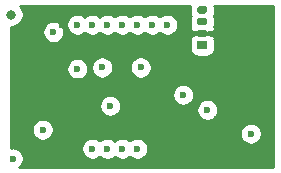
<source format=gbr>
%TF.GenerationSoftware,KiCad,Pcbnew,5.1.8-db9833491~87~ubuntu20.04.1*%
%TF.CreationDate,2020-11-05T18:03:59+01:00*%
%TF.ProjectId,rosalyn-sat,726f7361-6c79-46e2-9d73-61742e6b6963,v1.0*%
%TF.SameCoordinates,Original*%
%TF.FileFunction,Copper,L2,Inr*%
%TF.FilePolarity,Positive*%
%FSLAX46Y46*%
G04 Gerber Fmt 4.6, Leading zero omitted, Abs format (unit mm)*
G04 Created by KiCad (PCBNEW 5.1.8-db9833491~87~ubuntu20.04.1) date 2020-11-05 18:03:59*
%MOMM*%
%LPD*%
G01*
G04 APERTURE LIST*
%TA.AperFunction,ComponentPad*%
%ADD10R,0.850000X0.650000*%
%TD*%
%TA.AperFunction,ViaPad*%
%ADD11C,0.600000*%
%TD*%
%TA.AperFunction,ViaPad*%
%ADD12C,0.800000*%
%TD*%
%TA.AperFunction,Conductor*%
%ADD13C,0.254000*%
%TD*%
%TA.AperFunction,Conductor*%
%ADD14C,0.100000*%
%TD*%
G04 APERTURE END LIST*
%TO.N,hmi_error*%
%TO.C,J1*%
%TA.AperFunction,ComponentPad*%
G36*
G01*
X142255000Y-94337500D02*
X142255000Y-94662500D01*
G75*
G02*
X142092500Y-94825000I-162500J0D01*
G01*
X141567500Y-94825000D01*
G75*
G02*
X141405000Y-94662500I0J162500D01*
G01*
X141405000Y-94337500D01*
G75*
G02*
X141567500Y-94175000I162500J0D01*
G01*
X142092500Y-94175000D01*
G75*
G02*
X142255000Y-94337500I0J-162500D01*
G01*
G37*
%TD.AperFunction*%
%TO.N,nrst*%
%TA.AperFunction,ComponentPad*%
G36*
G01*
X142255000Y-95337500D02*
X142255000Y-95662500D01*
G75*
G02*
X142092500Y-95825000I-162500J0D01*
G01*
X141567500Y-95825000D01*
G75*
G02*
X141405000Y-95662500I0J162500D01*
G01*
X141405000Y-95337500D01*
G75*
G02*
X141567500Y-95175000I162500J0D01*
G01*
X142092500Y-95175000D01*
G75*
G02*
X142255000Y-95337500I0J-162500D01*
G01*
G37*
%TD.AperFunction*%
%TO.N,GND*%
%TA.AperFunction,ComponentPad*%
G36*
G01*
X142255000Y-96337500D02*
X142255000Y-96662500D01*
G75*
G02*
X142092500Y-96825000I-162500J0D01*
G01*
X141567500Y-96825000D01*
G75*
G02*
X141405000Y-96662500I0J162500D01*
G01*
X141405000Y-96337500D01*
G75*
G02*
X141567500Y-96175000I162500J0D01*
G01*
X142092500Y-96175000D01*
G75*
G02*
X142255000Y-96337500I0J-162500D01*
G01*
G37*
%TD.AperFunction*%
D10*
%TO.N,+5V*%
X141830000Y-97500000D03*
%TD*%
D11*
%TO.N,GND*%
X135970000Y-102619992D03*
X130000000Y-95750000D03*
X138890000Y-106249996D03*
X137620000Y-106260000D03*
X144460000Y-106250000D03*
X147000000Y-106250000D03*
X145730000Y-106250000D03*
X147000000Y-95750000D03*
X144460000Y-95750000D03*
X130990000Y-106240000D03*
X143050000Y-103760000D03*
X139254272Y-97764272D03*
X130000000Y-106250000D03*
X144950000Y-100049994D03*
X139240000Y-104200000D03*
X131280000Y-100500002D03*
X139950000Y-97730000D03*
X141050002Y-100050000D03*
%TO.N,+3V3*%
X132540000Y-106250000D03*
X142270006Y-102960000D03*
%TO.N,nrst*%
X134044265Y-102624265D03*
%TO.N,+5V*%
X140220000Y-101700000D03*
X125780000Y-107090000D03*
X145950000Y-104979998D03*
X131260006Y-99500000D03*
D12*
X125680000Y-94900000D03*
D11*
%TO.N,Net-(R1-Pad1)*%
X138890000Y-95750000D03*
%TO.N,Net-(R2-Pad1)*%
X137620000Y-95750000D03*
%TO.N,Net-(R3-Pad1)*%
X135080000Y-95750000D03*
%TO.N,Net-(R4-Pad1)*%
X136350000Y-95750000D03*
%TO.N,Net-(R5-Pad2)*%
X136350000Y-106249992D03*
%TO.N,Net-(R6-Pad2)*%
X135080000Y-106250000D03*
%TO.N,Net-(R7-Pad2)*%
X131270000Y-95750000D03*
%TO.N,Net-(R8-Pad2)*%
X133800000Y-106260000D03*
%TO.N,Net-(R9-Pad2)*%
X132540000Y-95759979D03*
%TO.N,Net-(R10-Pad2)*%
X133810000Y-95750000D03*
%TO.N,hmi_status*%
X136620000Y-99380000D03*
X128320000Y-104650000D03*
%TO.N,hmi_error*%
X133370000Y-99380000D03*
X129230000Y-96370000D03*
%TD*%
D13*
%TO.N,GND*%
X140782311Y-94181316D02*
X140766928Y-94337500D01*
X140766928Y-94662500D01*
X140782311Y-94818684D01*
X140827868Y-94968866D01*
X140844510Y-95000000D01*
X140827868Y-95031134D01*
X140782311Y-95181316D01*
X140766928Y-95337500D01*
X140766928Y-95662500D01*
X140782311Y-95818684D01*
X140816027Y-95929831D01*
X140815498Y-95930820D01*
X140779188Y-96050518D01*
X140766928Y-96175000D01*
X140770000Y-96214250D01*
X140928750Y-96373000D01*
X141206632Y-96373000D01*
X141261134Y-96402132D01*
X141411316Y-96447689D01*
X141567500Y-96463072D01*
X142092500Y-96463072D01*
X142248684Y-96447689D01*
X142398866Y-96402132D01*
X142453368Y-96373000D01*
X142731250Y-96373000D01*
X142890000Y-96214250D01*
X142893072Y-96175000D01*
X142880812Y-96050518D01*
X142844502Y-95930820D01*
X142843973Y-95929831D01*
X142877689Y-95818684D01*
X142893072Y-95662500D01*
X142893072Y-95337500D01*
X142877689Y-95181316D01*
X142832132Y-95031134D01*
X142815490Y-95000000D01*
X142832132Y-94968866D01*
X142877689Y-94818684D01*
X142893072Y-94662500D01*
X142893072Y-94337500D01*
X142877689Y-94181316D01*
X142871223Y-94160000D01*
X147790000Y-94160000D01*
X147790001Y-107840000D01*
X126340502Y-107840000D01*
X126376028Y-107816262D01*
X126506262Y-107686028D01*
X126608586Y-107532889D01*
X126679068Y-107362729D01*
X126715000Y-107182089D01*
X126715000Y-106997911D01*
X126679068Y-106817271D01*
X126608586Y-106647111D01*
X126506262Y-106493972D01*
X126376028Y-106363738D01*
X126222889Y-106261414D01*
X126052729Y-106190932D01*
X125886724Y-106157911D01*
X131605000Y-106157911D01*
X131605000Y-106342089D01*
X131640932Y-106522729D01*
X131711414Y-106692889D01*
X131813738Y-106846028D01*
X131943972Y-106976262D01*
X132097111Y-107078586D01*
X132267271Y-107149068D01*
X132447911Y-107185000D01*
X132632089Y-107185000D01*
X132812729Y-107149068D01*
X132982889Y-107078586D01*
X133136028Y-106976262D01*
X133165000Y-106947290D01*
X133203972Y-106986262D01*
X133357111Y-107088586D01*
X133527271Y-107159068D01*
X133707911Y-107195000D01*
X133892089Y-107195000D01*
X134072729Y-107159068D01*
X134242889Y-107088586D01*
X134396028Y-106986262D01*
X134445000Y-106937290D01*
X134483972Y-106976262D01*
X134637111Y-107078586D01*
X134807271Y-107149068D01*
X134987911Y-107185000D01*
X135172089Y-107185000D01*
X135352729Y-107149068D01*
X135522889Y-107078586D01*
X135676028Y-106976262D01*
X135715004Y-106937286D01*
X135753972Y-106976254D01*
X135907111Y-107078578D01*
X136077271Y-107149060D01*
X136257911Y-107184992D01*
X136442089Y-107184992D01*
X136622729Y-107149060D01*
X136792889Y-107078578D01*
X136946028Y-106976254D01*
X137076262Y-106846020D01*
X137178586Y-106692881D01*
X137249068Y-106522721D01*
X137285000Y-106342081D01*
X137285000Y-106157903D01*
X137249068Y-105977263D01*
X137178586Y-105807103D01*
X137076262Y-105653964D01*
X136946028Y-105523730D01*
X136792889Y-105421406D01*
X136622729Y-105350924D01*
X136442089Y-105314992D01*
X136257911Y-105314992D01*
X136077271Y-105350924D01*
X135907111Y-105421406D01*
X135753972Y-105523730D01*
X135714996Y-105562706D01*
X135676028Y-105523738D01*
X135522889Y-105421414D01*
X135352729Y-105350932D01*
X135172089Y-105315000D01*
X134987911Y-105315000D01*
X134807271Y-105350932D01*
X134637111Y-105421414D01*
X134483972Y-105523738D01*
X134435000Y-105572710D01*
X134396028Y-105533738D01*
X134242889Y-105431414D01*
X134072729Y-105360932D01*
X133892089Y-105325000D01*
X133707911Y-105325000D01*
X133527271Y-105360932D01*
X133357111Y-105431414D01*
X133203972Y-105533738D01*
X133175000Y-105562710D01*
X133136028Y-105523738D01*
X132982889Y-105421414D01*
X132812729Y-105350932D01*
X132632089Y-105315000D01*
X132447911Y-105315000D01*
X132267271Y-105350932D01*
X132097111Y-105421414D01*
X131943972Y-105523738D01*
X131813738Y-105653972D01*
X131711414Y-105807111D01*
X131640932Y-105977271D01*
X131605000Y-106157911D01*
X125886724Y-106157911D01*
X125872089Y-106155000D01*
X125687911Y-106155000D01*
X125660000Y-106160552D01*
X125660000Y-104557911D01*
X127385000Y-104557911D01*
X127385000Y-104742089D01*
X127420932Y-104922729D01*
X127491414Y-105092889D01*
X127593738Y-105246028D01*
X127723972Y-105376262D01*
X127877111Y-105478586D01*
X128047271Y-105549068D01*
X128227911Y-105585000D01*
X128412089Y-105585000D01*
X128592729Y-105549068D01*
X128762889Y-105478586D01*
X128916028Y-105376262D01*
X129046262Y-105246028D01*
X129148586Y-105092889D01*
X129219068Y-104922729D01*
X129225994Y-104887909D01*
X145015000Y-104887909D01*
X145015000Y-105072087D01*
X145050932Y-105252727D01*
X145121414Y-105422887D01*
X145223738Y-105576026D01*
X145353972Y-105706260D01*
X145507111Y-105808584D01*
X145677271Y-105879066D01*
X145857911Y-105914998D01*
X146042089Y-105914998D01*
X146222729Y-105879066D01*
X146392889Y-105808584D01*
X146546028Y-105706260D01*
X146676262Y-105576026D01*
X146778586Y-105422887D01*
X146849068Y-105252727D01*
X146885000Y-105072087D01*
X146885000Y-104887909D01*
X146849068Y-104707269D01*
X146778586Y-104537109D01*
X146676262Y-104383970D01*
X146546028Y-104253736D01*
X146392889Y-104151412D01*
X146222729Y-104080930D01*
X146042089Y-104044998D01*
X145857911Y-104044998D01*
X145677271Y-104080930D01*
X145507111Y-104151412D01*
X145353972Y-104253736D01*
X145223738Y-104383970D01*
X145121414Y-104537109D01*
X145050932Y-104707269D01*
X145015000Y-104887909D01*
X129225994Y-104887909D01*
X129255000Y-104742089D01*
X129255000Y-104557911D01*
X129219068Y-104377271D01*
X129148586Y-104207111D01*
X129046262Y-104053972D01*
X128916028Y-103923738D01*
X128762889Y-103821414D01*
X128592729Y-103750932D01*
X128412089Y-103715000D01*
X128227911Y-103715000D01*
X128047271Y-103750932D01*
X127877111Y-103821414D01*
X127723972Y-103923738D01*
X127593738Y-104053972D01*
X127491414Y-104207111D01*
X127420932Y-104377271D01*
X127385000Y-104557911D01*
X125660000Y-104557911D01*
X125660000Y-102532176D01*
X133109265Y-102532176D01*
X133109265Y-102716354D01*
X133145197Y-102896994D01*
X133215679Y-103067154D01*
X133318003Y-103220293D01*
X133448237Y-103350527D01*
X133601376Y-103452851D01*
X133771536Y-103523333D01*
X133952176Y-103559265D01*
X134136354Y-103559265D01*
X134316994Y-103523333D01*
X134487154Y-103452851D01*
X134640293Y-103350527D01*
X134770527Y-103220293D01*
X134872851Y-103067154D01*
X134943333Y-102896994D01*
X134949118Y-102867911D01*
X141335006Y-102867911D01*
X141335006Y-103052089D01*
X141370938Y-103232729D01*
X141441420Y-103402889D01*
X141543744Y-103556028D01*
X141673978Y-103686262D01*
X141827117Y-103788586D01*
X141997277Y-103859068D01*
X142177917Y-103895000D01*
X142362095Y-103895000D01*
X142542735Y-103859068D01*
X142712895Y-103788586D01*
X142866034Y-103686262D01*
X142996268Y-103556028D01*
X143098592Y-103402889D01*
X143169074Y-103232729D01*
X143205006Y-103052089D01*
X143205006Y-102867911D01*
X143169074Y-102687271D01*
X143098592Y-102517111D01*
X142996268Y-102363972D01*
X142866034Y-102233738D01*
X142712895Y-102131414D01*
X142542735Y-102060932D01*
X142362095Y-102025000D01*
X142177917Y-102025000D01*
X141997277Y-102060932D01*
X141827117Y-102131414D01*
X141673978Y-102233738D01*
X141543744Y-102363972D01*
X141441420Y-102517111D01*
X141370938Y-102687271D01*
X141335006Y-102867911D01*
X134949118Y-102867911D01*
X134979265Y-102716354D01*
X134979265Y-102532176D01*
X134943333Y-102351536D01*
X134872851Y-102181376D01*
X134770527Y-102028237D01*
X134640293Y-101898003D01*
X134487154Y-101795679D01*
X134316994Y-101725197D01*
X134136354Y-101689265D01*
X133952176Y-101689265D01*
X133771536Y-101725197D01*
X133601376Y-101795679D01*
X133448237Y-101898003D01*
X133318003Y-102028237D01*
X133215679Y-102181376D01*
X133145197Y-102351536D01*
X133109265Y-102532176D01*
X125660000Y-102532176D01*
X125660000Y-101607911D01*
X139285000Y-101607911D01*
X139285000Y-101792089D01*
X139320932Y-101972729D01*
X139391414Y-102142889D01*
X139493738Y-102296028D01*
X139623972Y-102426262D01*
X139777111Y-102528586D01*
X139947271Y-102599068D01*
X140127911Y-102635000D01*
X140312089Y-102635000D01*
X140492729Y-102599068D01*
X140662889Y-102528586D01*
X140816028Y-102426262D01*
X140946262Y-102296028D01*
X141048586Y-102142889D01*
X141119068Y-101972729D01*
X141155000Y-101792089D01*
X141155000Y-101607911D01*
X141119068Y-101427271D01*
X141048586Y-101257111D01*
X140946262Y-101103972D01*
X140816028Y-100973738D01*
X140662889Y-100871414D01*
X140492729Y-100800932D01*
X140312089Y-100765000D01*
X140127911Y-100765000D01*
X139947271Y-100800932D01*
X139777111Y-100871414D01*
X139623972Y-100973738D01*
X139493738Y-101103972D01*
X139391414Y-101257111D01*
X139320932Y-101427271D01*
X139285000Y-101607911D01*
X125660000Y-101607911D01*
X125660000Y-99407911D01*
X130325006Y-99407911D01*
X130325006Y-99592089D01*
X130360938Y-99772729D01*
X130431420Y-99942889D01*
X130533744Y-100096028D01*
X130663978Y-100226262D01*
X130817117Y-100328586D01*
X130987277Y-100399068D01*
X131167917Y-100435000D01*
X131352095Y-100435000D01*
X131532735Y-100399068D01*
X131702895Y-100328586D01*
X131856034Y-100226262D01*
X131986268Y-100096028D01*
X132088592Y-99942889D01*
X132159074Y-99772729D01*
X132195006Y-99592089D01*
X132195006Y-99407911D01*
X132171137Y-99287911D01*
X132435000Y-99287911D01*
X132435000Y-99472089D01*
X132470932Y-99652729D01*
X132541414Y-99822889D01*
X132643738Y-99976028D01*
X132773972Y-100106262D01*
X132927111Y-100208586D01*
X133097271Y-100279068D01*
X133277911Y-100315000D01*
X133462089Y-100315000D01*
X133642729Y-100279068D01*
X133812889Y-100208586D01*
X133966028Y-100106262D01*
X134096262Y-99976028D01*
X134198586Y-99822889D01*
X134269068Y-99652729D01*
X134305000Y-99472089D01*
X134305000Y-99287911D01*
X135685000Y-99287911D01*
X135685000Y-99472089D01*
X135720932Y-99652729D01*
X135791414Y-99822889D01*
X135893738Y-99976028D01*
X136023972Y-100106262D01*
X136177111Y-100208586D01*
X136347271Y-100279068D01*
X136527911Y-100315000D01*
X136712089Y-100315000D01*
X136892729Y-100279068D01*
X137062889Y-100208586D01*
X137216028Y-100106262D01*
X137346262Y-99976028D01*
X137448586Y-99822889D01*
X137519068Y-99652729D01*
X137555000Y-99472089D01*
X137555000Y-99287911D01*
X137519068Y-99107271D01*
X137448586Y-98937111D01*
X137346262Y-98783972D01*
X137216028Y-98653738D01*
X137062889Y-98551414D01*
X136892729Y-98480932D01*
X136712089Y-98445000D01*
X136527911Y-98445000D01*
X136347271Y-98480932D01*
X136177111Y-98551414D01*
X136023972Y-98653738D01*
X135893738Y-98783972D01*
X135791414Y-98937111D01*
X135720932Y-99107271D01*
X135685000Y-99287911D01*
X134305000Y-99287911D01*
X134269068Y-99107271D01*
X134198586Y-98937111D01*
X134096262Y-98783972D01*
X133966028Y-98653738D01*
X133812889Y-98551414D01*
X133642729Y-98480932D01*
X133462089Y-98445000D01*
X133277911Y-98445000D01*
X133097271Y-98480932D01*
X132927111Y-98551414D01*
X132773972Y-98653738D01*
X132643738Y-98783972D01*
X132541414Y-98937111D01*
X132470932Y-99107271D01*
X132435000Y-99287911D01*
X132171137Y-99287911D01*
X132159074Y-99227271D01*
X132088592Y-99057111D01*
X131986268Y-98903972D01*
X131856034Y-98773738D01*
X131702895Y-98671414D01*
X131532735Y-98600932D01*
X131352095Y-98565000D01*
X131167917Y-98565000D01*
X130987277Y-98600932D01*
X130817117Y-98671414D01*
X130663978Y-98773738D01*
X130533744Y-98903972D01*
X130431420Y-99057111D01*
X130360938Y-99227271D01*
X130325006Y-99407911D01*
X125660000Y-99407911D01*
X125660000Y-96277911D01*
X128295000Y-96277911D01*
X128295000Y-96462089D01*
X128330932Y-96642729D01*
X128401414Y-96812889D01*
X128503738Y-96966028D01*
X128633972Y-97096262D01*
X128787111Y-97198586D01*
X128957271Y-97269068D01*
X129137911Y-97305000D01*
X129322089Y-97305000D01*
X129502729Y-97269068D01*
X129672889Y-97198586D01*
X129826028Y-97096262D01*
X129956262Y-96966028D01*
X130050493Y-96825000D01*
X140766928Y-96825000D01*
X140779188Y-96949482D01*
X140794512Y-97000000D01*
X140779188Y-97050518D01*
X140766928Y-97175000D01*
X140766928Y-97825000D01*
X140779188Y-97949482D01*
X140815498Y-98069180D01*
X140874463Y-98179494D01*
X140953815Y-98276185D01*
X141050506Y-98355537D01*
X141160820Y-98414502D01*
X141280518Y-98450812D01*
X141405000Y-98463072D01*
X142255000Y-98463072D01*
X142379482Y-98450812D01*
X142499180Y-98414502D01*
X142609494Y-98355537D01*
X142706185Y-98276185D01*
X142785537Y-98179494D01*
X142844502Y-98069180D01*
X142880812Y-97949482D01*
X142893072Y-97825000D01*
X142893072Y-97175000D01*
X142880812Y-97050518D01*
X142865488Y-97000000D01*
X142880812Y-96949482D01*
X142893072Y-96825000D01*
X142890000Y-96785750D01*
X142731250Y-96627000D01*
X142576824Y-96627000D01*
X142499180Y-96585498D01*
X142379482Y-96549188D01*
X142255000Y-96536928D01*
X141405000Y-96536928D01*
X141280518Y-96549188D01*
X141160820Y-96585498D01*
X141083176Y-96627000D01*
X140928750Y-96627000D01*
X140770000Y-96785750D01*
X140766928Y-96825000D01*
X130050493Y-96825000D01*
X130058586Y-96812889D01*
X130129068Y-96642729D01*
X130165000Y-96462089D01*
X130165000Y-96277911D01*
X130129068Y-96097271D01*
X130058586Y-95927111D01*
X129956262Y-95773972D01*
X129840201Y-95657911D01*
X130335000Y-95657911D01*
X130335000Y-95842089D01*
X130370932Y-96022729D01*
X130441414Y-96192889D01*
X130543738Y-96346028D01*
X130673972Y-96476262D01*
X130827111Y-96578586D01*
X130997271Y-96649068D01*
X131177911Y-96685000D01*
X131362089Y-96685000D01*
X131542729Y-96649068D01*
X131712889Y-96578586D01*
X131866028Y-96476262D01*
X131900011Y-96442280D01*
X131943972Y-96486241D01*
X132097111Y-96588565D01*
X132267271Y-96659047D01*
X132447911Y-96694979D01*
X132632089Y-96694979D01*
X132812729Y-96659047D01*
X132982889Y-96588565D01*
X133136028Y-96486241D01*
X133179990Y-96442280D01*
X133213972Y-96476262D01*
X133367111Y-96578586D01*
X133537271Y-96649068D01*
X133717911Y-96685000D01*
X133902089Y-96685000D01*
X134082729Y-96649068D01*
X134252889Y-96578586D01*
X134406028Y-96476262D01*
X134445000Y-96437290D01*
X134483972Y-96476262D01*
X134637111Y-96578586D01*
X134807271Y-96649068D01*
X134987911Y-96685000D01*
X135172089Y-96685000D01*
X135352729Y-96649068D01*
X135522889Y-96578586D01*
X135676028Y-96476262D01*
X135715000Y-96437290D01*
X135753972Y-96476262D01*
X135907111Y-96578586D01*
X136077271Y-96649068D01*
X136257911Y-96685000D01*
X136442089Y-96685000D01*
X136622729Y-96649068D01*
X136792889Y-96578586D01*
X136946028Y-96476262D01*
X136985000Y-96437290D01*
X137023972Y-96476262D01*
X137177111Y-96578586D01*
X137347271Y-96649068D01*
X137527911Y-96685000D01*
X137712089Y-96685000D01*
X137892729Y-96649068D01*
X138062889Y-96578586D01*
X138216028Y-96476262D01*
X138255000Y-96437290D01*
X138293972Y-96476262D01*
X138447111Y-96578586D01*
X138617271Y-96649068D01*
X138797911Y-96685000D01*
X138982089Y-96685000D01*
X139162729Y-96649068D01*
X139332889Y-96578586D01*
X139486028Y-96476262D01*
X139616262Y-96346028D01*
X139718586Y-96192889D01*
X139789068Y-96022729D01*
X139825000Y-95842089D01*
X139825000Y-95657911D01*
X139789068Y-95477271D01*
X139718586Y-95307111D01*
X139616262Y-95153972D01*
X139486028Y-95023738D01*
X139332889Y-94921414D01*
X139162729Y-94850932D01*
X138982089Y-94815000D01*
X138797911Y-94815000D01*
X138617271Y-94850932D01*
X138447111Y-94921414D01*
X138293972Y-95023738D01*
X138255000Y-95062710D01*
X138216028Y-95023738D01*
X138062889Y-94921414D01*
X137892729Y-94850932D01*
X137712089Y-94815000D01*
X137527911Y-94815000D01*
X137347271Y-94850932D01*
X137177111Y-94921414D01*
X137023972Y-95023738D01*
X136985000Y-95062710D01*
X136946028Y-95023738D01*
X136792889Y-94921414D01*
X136622729Y-94850932D01*
X136442089Y-94815000D01*
X136257911Y-94815000D01*
X136077271Y-94850932D01*
X135907111Y-94921414D01*
X135753972Y-95023738D01*
X135715000Y-95062710D01*
X135676028Y-95023738D01*
X135522889Y-94921414D01*
X135352729Y-94850932D01*
X135172089Y-94815000D01*
X134987911Y-94815000D01*
X134807271Y-94850932D01*
X134637111Y-94921414D01*
X134483972Y-95023738D01*
X134445000Y-95062710D01*
X134406028Y-95023738D01*
X134252889Y-94921414D01*
X134082729Y-94850932D01*
X133902089Y-94815000D01*
X133717911Y-94815000D01*
X133537271Y-94850932D01*
X133367111Y-94921414D01*
X133213972Y-95023738D01*
X133170011Y-95067700D01*
X133136028Y-95033717D01*
X132982889Y-94931393D01*
X132812729Y-94860911D01*
X132632089Y-94824979D01*
X132447911Y-94824979D01*
X132267271Y-94860911D01*
X132097111Y-94931393D01*
X131943972Y-95033717D01*
X131909990Y-95067700D01*
X131866028Y-95023738D01*
X131712889Y-94921414D01*
X131542729Y-94850932D01*
X131362089Y-94815000D01*
X131177911Y-94815000D01*
X130997271Y-94850932D01*
X130827111Y-94921414D01*
X130673972Y-95023738D01*
X130543738Y-95153972D01*
X130441414Y-95307111D01*
X130370932Y-95477271D01*
X130335000Y-95657911D01*
X129840201Y-95657911D01*
X129826028Y-95643738D01*
X129672889Y-95541414D01*
X129502729Y-95470932D01*
X129322089Y-95435000D01*
X129137911Y-95435000D01*
X128957271Y-95470932D01*
X128787111Y-95541414D01*
X128633972Y-95643738D01*
X128503738Y-95773972D01*
X128401414Y-95927111D01*
X128330932Y-96097271D01*
X128295000Y-96277911D01*
X125660000Y-96277911D01*
X125660000Y-95935000D01*
X125781939Y-95935000D01*
X125981898Y-95895226D01*
X126170256Y-95817205D01*
X126339774Y-95703937D01*
X126483937Y-95559774D01*
X126597205Y-95390256D01*
X126675226Y-95201898D01*
X126715000Y-95001939D01*
X126715000Y-94798061D01*
X126675226Y-94598102D01*
X126597205Y-94409744D01*
X126483937Y-94240226D01*
X126403711Y-94160000D01*
X140788777Y-94160000D01*
X140782311Y-94181316D01*
%TA.AperFunction,Conductor*%
D14*
G36*
X140782311Y-94181316D02*
G01*
X140766928Y-94337500D01*
X140766928Y-94662500D01*
X140782311Y-94818684D01*
X140827868Y-94968866D01*
X140844510Y-95000000D01*
X140827868Y-95031134D01*
X140782311Y-95181316D01*
X140766928Y-95337500D01*
X140766928Y-95662500D01*
X140782311Y-95818684D01*
X140816027Y-95929831D01*
X140815498Y-95930820D01*
X140779188Y-96050518D01*
X140766928Y-96175000D01*
X140770000Y-96214250D01*
X140928750Y-96373000D01*
X141206632Y-96373000D01*
X141261134Y-96402132D01*
X141411316Y-96447689D01*
X141567500Y-96463072D01*
X142092500Y-96463072D01*
X142248684Y-96447689D01*
X142398866Y-96402132D01*
X142453368Y-96373000D01*
X142731250Y-96373000D01*
X142890000Y-96214250D01*
X142893072Y-96175000D01*
X142880812Y-96050518D01*
X142844502Y-95930820D01*
X142843973Y-95929831D01*
X142877689Y-95818684D01*
X142893072Y-95662500D01*
X142893072Y-95337500D01*
X142877689Y-95181316D01*
X142832132Y-95031134D01*
X142815490Y-95000000D01*
X142832132Y-94968866D01*
X142877689Y-94818684D01*
X142893072Y-94662500D01*
X142893072Y-94337500D01*
X142877689Y-94181316D01*
X142871223Y-94160000D01*
X147790000Y-94160000D01*
X147790001Y-107840000D01*
X126340502Y-107840000D01*
X126376028Y-107816262D01*
X126506262Y-107686028D01*
X126608586Y-107532889D01*
X126679068Y-107362729D01*
X126715000Y-107182089D01*
X126715000Y-106997911D01*
X126679068Y-106817271D01*
X126608586Y-106647111D01*
X126506262Y-106493972D01*
X126376028Y-106363738D01*
X126222889Y-106261414D01*
X126052729Y-106190932D01*
X125886724Y-106157911D01*
X131605000Y-106157911D01*
X131605000Y-106342089D01*
X131640932Y-106522729D01*
X131711414Y-106692889D01*
X131813738Y-106846028D01*
X131943972Y-106976262D01*
X132097111Y-107078586D01*
X132267271Y-107149068D01*
X132447911Y-107185000D01*
X132632089Y-107185000D01*
X132812729Y-107149068D01*
X132982889Y-107078586D01*
X133136028Y-106976262D01*
X133165000Y-106947290D01*
X133203972Y-106986262D01*
X133357111Y-107088586D01*
X133527271Y-107159068D01*
X133707911Y-107195000D01*
X133892089Y-107195000D01*
X134072729Y-107159068D01*
X134242889Y-107088586D01*
X134396028Y-106986262D01*
X134445000Y-106937290D01*
X134483972Y-106976262D01*
X134637111Y-107078586D01*
X134807271Y-107149068D01*
X134987911Y-107185000D01*
X135172089Y-107185000D01*
X135352729Y-107149068D01*
X135522889Y-107078586D01*
X135676028Y-106976262D01*
X135715004Y-106937286D01*
X135753972Y-106976254D01*
X135907111Y-107078578D01*
X136077271Y-107149060D01*
X136257911Y-107184992D01*
X136442089Y-107184992D01*
X136622729Y-107149060D01*
X136792889Y-107078578D01*
X136946028Y-106976254D01*
X137076262Y-106846020D01*
X137178586Y-106692881D01*
X137249068Y-106522721D01*
X137285000Y-106342081D01*
X137285000Y-106157903D01*
X137249068Y-105977263D01*
X137178586Y-105807103D01*
X137076262Y-105653964D01*
X136946028Y-105523730D01*
X136792889Y-105421406D01*
X136622729Y-105350924D01*
X136442089Y-105314992D01*
X136257911Y-105314992D01*
X136077271Y-105350924D01*
X135907111Y-105421406D01*
X135753972Y-105523730D01*
X135714996Y-105562706D01*
X135676028Y-105523738D01*
X135522889Y-105421414D01*
X135352729Y-105350932D01*
X135172089Y-105315000D01*
X134987911Y-105315000D01*
X134807271Y-105350932D01*
X134637111Y-105421414D01*
X134483972Y-105523738D01*
X134435000Y-105572710D01*
X134396028Y-105533738D01*
X134242889Y-105431414D01*
X134072729Y-105360932D01*
X133892089Y-105325000D01*
X133707911Y-105325000D01*
X133527271Y-105360932D01*
X133357111Y-105431414D01*
X133203972Y-105533738D01*
X133175000Y-105562710D01*
X133136028Y-105523738D01*
X132982889Y-105421414D01*
X132812729Y-105350932D01*
X132632089Y-105315000D01*
X132447911Y-105315000D01*
X132267271Y-105350932D01*
X132097111Y-105421414D01*
X131943972Y-105523738D01*
X131813738Y-105653972D01*
X131711414Y-105807111D01*
X131640932Y-105977271D01*
X131605000Y-106157911D01*
X125886724Y-106157911D01*
X125872089Y-106155000D01*
X125687911Y-106155000D01*
X125660000Y-106160552D01*
X125660000Y-104557911D01*
X127385000Y-104557911D01*
X127385000Y-104742089D01*
X127420932Y-104922729D01*
X127491414Y-105092889D01*
X127593738Y-105246028D01*
X127723972Y-105376262D01*
X127877111Y-105478586D01*
X128047271Y-105549068D01*
X128227911Y-105585000D01*
X128412089Y-105585000D01*
X128592729Y-105549068D01*
X128762889Y-105478586D01*
X128916028Y-105376262D01*
X129046262Y-105246028D01*
X129148586Y-105092889D01*
X129219068Y-104922729D01*
X129225994Y-104887909D01*
X145015000Y-104887909D01*
X145015000Y-105072087D01*
X145050932Y-105252727D01*
X145121414Y-105422887D01*
X145223738Y-105576026D01*
X145353972Y-105706260D01*
X145507111Y-105808584D01*
X145677271Y-105879066D01*
X145857911Y-105914998D01*
X146042089Y-105914998D01*
X146222729Y-105879066D01*
X146392889Y-105808584D01*
X146546028Y-105706260D01*
X146676262Y-105576026D01*
X146778586Y-105422887D01*
X146849068Y-105252727D01*
X146885000Y-105072087D01*
X146885000Y-104887909D01*
X146849068Y-104707269D01*
X146778586Y-104537109D01*
X146676262Y-104383970D01*
X146546028Y-104253736D01*
X146392889Y-104151412D01*
X146222729Y-104080930D01*
X146042089Y-104044998D01*
X145857911Y-104044998D01*
X145677271Y-104080930D01*
X145507111Y-104151412D01*
X145353972Y-104253736D01*
X145223738Y-104383970D01*
X145121414Y-104537109D01*
X145050932Y-104707269D01*
X145015000Y-104887909D01*
X129225994Y-104887909D01*
X129255000Y-104742089D01*
X129255000Y-104557911D01*
X129219068Y-104377271D01*
X129148586Y-104207111D01*
X129046262Y-104053972D01*
X128916028Y-103923738D01*
X128762889Y-103821414D01*
X128592729Y-103750932D01*
X128412089Y-103715000D01*
X128227911Y-103715000D01*
X128047271Y-103750932D01*
X127877111Y-103821414D01*
X127723972Y-103923738D01*
X127593738Y-104053972D01*
X127491414Y-104207111D01*
X127420932Y-104377271D01*
X127385000Y-104557911D01*
X125660000Y-104557911D01*
X125660000Y-102532176D01*
X133109265Y-102532176D01*
X133109265Y-102716354D01*
X133145197Y-102896994D01*
X133215679Y-103067154D01*
X133318003Y-103220293D01*
X133448237Y-103350527D01*
X133601376Y-103452851D01*
X133771536Y-103523333D01*
X133952176Y-103559265D01*
X134136354Y-103559265D01*
X134316994Y-103523333D01*
X134487154Y-103452851D01*
X134640293Y-103350527D01*
X134770527Y-103220293D01*
X134872851Y-103067154D01*
X134943333Y-102896994D01*
X134949118Y-102867911D01*
X141335006Y-102867911D01*
X141335006Y-103052089D01*
X141370938Y-103232729D01*
X141441420Y-103402889D01*
X141543744Y-103556028D01*
X141673978Y-103686262D01*
X141827117Y-103788586D01*
X141997277Y-103859068D01*
X142177917Y-103895000D01*
X142362095Y-103895000D01*
X142542735Y-103859068D01*
X142712895Y-103788586D01*
X142866034Y-103686262D01*
X142996268Y-103556028D01*
X143098592Y-103402889D01*
X143169074Y-103232729D01*
X143205006Y-103052089D01*
X143205006Y-102867911D01*
X143169074Y-102687271D01*
X143098592Y-102517111D01*
X142996268Y-102363972D01*
X142866034Y-102233738D01*
X142712895Y-102131414D01*
X142542735Y-102060932D01*
X142362095Y-102025000D01*
X142177917Y-102025000D01*
X141997277Y-102060932D01*
X141827117Y-102131414D01*
X141673978Y-102233738D01*
X141543744Y-102363972D01*
X141441420Y-102517111D01*
X141370938Y-102687271D01*
X141335006Y-102867911D01*
X134949118Y-102867911D01*
X134979265Y-102716354D01*
X134979265Y-102532176D01*
X134943333Y-102351536D01*
X134872851Y-102181376D01*
X134770527Y-102028237D01*
X134640293Y-101898003D01*
X134487154Y-101795679D01*
X134316994Y-101725197D01*
X134136354Y-101689265D01*
X133952176Y-101689265D01*
X133771536Y-101725197D01*
X133601376Y-101795679D01*
X133448237Y-101898003D01*
X133318003Y-102028237D01*
X133215679Y-102181376D01*
X133145197Y-102351536D01*
X133109265Y-102532176D01*
X125660000Y-102532176D01*
X125660000Y-101607911D01*
X139285000Y-101607911D01*
X139285000Y-101792089D01*
X139320932Y-101972729D01*
X139391414Y-102142889D01*
X139493738Y-102296028D01*
X139623972Y-102426262D01*
X139777111Y-102528586D01*
X139947271Y-102599068D01*
X140127911Y-102635000D01*
X140312089Y-102635000D01*
X140492729Y-102599068D01*
X140662889Y-102528586D01*
X140816028Y-102426262D01*
X140946262Y-102296028D01*
X141048586Y-102142889D01*
X141119068Y-101972729D01*
X141155000Y-101792089D01*
X141155000Y-101607911D01*
X141119068Y-101427271D01*
X141048586Y-101257111D01*
X140946262Y-101103972D01*
X140816028Y-100973738D01*
X140662889Y-100871414D01*
X140492729Y-100800932D01*
X140312089Y-100765000D01*
X140127911Y-100765000D01*
X139947271Y-100800932D01*
X139777111Y-100871414D01*
X139623972Y-100973738D01*
X139493738Y-101103972D01*
X139391414Y-101257111D01*
X139320932Y-101427271D01*
X139285000Y-101607911D01*
X125660000Y-101607911D01*
X125660000Y-99407911D01*
X130325006Y-99407911D01*
X130325006Y-99592089D01*
X130360938Y-99772729D01*
X130431420Y-99942889D01*
X130533744Y-100096028D01*
X130663978Y-100226262D01*
X130817117Y-100328586D01*
X130987277Y-100399068D01*
X131167917Y-100435000D01*
X131352095Y-100435000D01*
X131532735Y-100399068D01*
X131702895Y-100328586D01*
X131856034Y-100226262D01*
X131986268Y-100096028D01*
X132088592Y-99942889D01*
X132159074Y-99772729D01*
X132195006Y-99592089D01*
X132195006Y-99407911D01*
X132171137Y-99287911D01*
X132435000Y-99287911D01*
X132435000Y-99472089D01*
X132470932Y-99652729D01*
X132541414Y-99822889D01*
X132643738Y-99976028D01*
X132773972Y-100106262D01*
X132927111Y-100208586D01*
X133097271Y-100279068D01*
X133277911Y-100315000D01*
X133462089Y-100315000D01*
X133642729Y-100279068D01*
X133812889Y-100208586D01*
X133966028Y-100106262D01*
X134096262Y-99976028D01*
X134198586Y-99822889D01*
X134269068Y-99652729D01*
X134305000Y-99472089D01*
X134305000Y-99287911D01*
X135685000Y-99287911D01*
X135685000Y-99472089D01*
X135720932Y-99652729D01*
X135791414Y-99822889D01*
X135893738Y-99976028D01*
X136023972Y-100106262D01*
X136177111Y-100208586D01*
X136347271Y-100279068D01*
X136527911Y-100315000D01*
X136712089Y-100315000D01*
X136892729Y-100279068D01*
X137062889Y-100208586D01*
X137216028Y-100106262D01*
X137346262Y-99976028D01*
X137448586Y-99822889D01*
X137519068Y-99652729D01*
X137555000Y-99472089D01*
X137555000Y-99287911D01*
X137519068Y-99107271D01*
X137448586Y-98937111D01*
X137346262Y-98783972D01*
X137216028Y-98653738D01*
X137062889Y-98551414D01*
X136892729Y-98480932D01*
X136712089Y-98445000D01*
X136527911Y-98445000D01*
X136347271Y-98480932D01*
X136177111Y-98551414D01*
X136023972Y-98653738D01*
X135893738Y-98783972D01*
X135791414Y-98937111D01*
X135720932Y-99107271D01*
X135685000Y-99287911D01*
X134305000Y-99287911D01*
X134269068Y-99107271D01*
X134198586Y-98937111D01*
X134096262Y-98783972D01*
X133966028Y-98653738D01*
X133812889Y-98551414D01*
X133642729Y-98480932D01*
X133462089Y-98445000D01*
X133277911Y-98445000D01*
X133097271Y-98480932D01*
X132927111Y-98551414D01*
X132773972Y-98653738D01*
X132643738Y-98783972D01*
X132541414Y-98937111D01*
X132470932Y-99107271D01*
X132435000Y-99287911D01*
X132171137Y-99287911D01*
X132159074Y-99227271D01*
X132088592Y-99057111D01*
X131986268Y-98903972D01*
X131856034Y-98773738D01*
X131702895Y-98671414D01*
X131532735Y-98600932D01*
X131352095Y-98565000D01*
X131167917Y-98565000D01*
X130987277Y-98600932D01*
X130817117Y-98671414D01*
X130663978Y-98773738D01*
X130533744Y-98903972D01*
X130431420Y-99057111D01*
X130360938Y-99227271D01*
X130325006Y-99407911D01*
X125660000Y-99407911D01*
X125660000Y-96277911D01*
X128295000Y-96277911D01*
X128295000Y-96462089D01*
X128330932Y-96642729D01*
X128401414Y-96812889D01*
X128503738Y-96966028D01*
X128633972Y-97096262D01*
X128787111Y-97198586D01*
X128957271Y-97269068D01*
X129137911Y-97305000D01*
X129322089Y-97305000D01*
X129502729Y-97269068D01*
X129672889Y-97198586D01*
X129826028Y-97096262D01*
X129956262Y-96966028D01*
X130050493Y-96825000D01*
X140766928Y-96825000D01*
X140779188Y-96949482D01*
X140794512Y-97000000D01*
X140779188Y-97050518D01*
X140766928Y-97175000D01*
X140766928Y-97825000D01*
X140779188Y-97949482D01*
X140815498Y-98069180D01*
X140874463Y-98179494D01*
X140953815Y-98276185D01*
X141050506Y-98355537D01*
X141160820Y-98414502D01*
X141280518Y-98450812D01*
X141405000Y-98463072D01*
X142255000Y-98463072D01*
X142379482Y-98450812D01*
X142499180Y-98414502D01*
X142609494Y-98355537D01*
X142706185Y-98276185D01*
X142785537Y-98179494D01*
X142844502Y-98069180D01*
X142880812Y-97949482D01*
X142893072Y-97825000D01*
X142893072Y-97175000D01*
X142880812Y-97050518D01*
X142865488Y-97000000D01*
X142880812Y-96949482D01*
X142893072Y-96825000D01*
X142890000Y-96785750D01*
X142731250Y-96627000D01*
X142576824Y-96627000D01*
X142499180Y-96585498D01*
X142379482Y-96549188D01*
X142255000Y-96536928D01*
X141405000Y-96536928D01*
X141280518Y-96549188D01*
X141160820Y-96585498D01*
X141083176Y-96627000D01*
X140928750Y-96627000D01*
X140770000Y-96785750D01*
X140766928Y-96825000D01*
X130050493Y-96825000D01*
X130058586Y-96812889D01*
X130129068Y-96642729D01*
X130165000Y-96462089D01*
X130165000Y-96277911D01*
X130129068Y-96097271D01*
X130058586Y-95927111D01*
X129956262Y-95773972D01*
X129840201Y-95657911D01*
X130335000Y-95657911D01*
X130335000Y-95842089D01*
X130370932Y-96022729D01*
X130441414Y-96192889D01*
X130543738Y-96346028D01*
X130673972Y-96476262D01*
X130827111Y-96578586D01*
X130997271Y-96649068D01*
X131177911Y-96685000D01*
X131362089Y-96685000D01*
X131542729Y-96649068D01*
X131712889Y-96578586D01*
X131866028Y-96476262D01*
X131900011Y-96442280D01*
X131943972Y-96486241D01*
X132097111Y-96588565D01*
X132267271Y-96659047D01*
X132447911Y-96694979D01*
X132632089Y-96694979D01*
X132812729Y-96659047D01*
X132982889Y-96588565D01*
X133136028Y-96486241D01*
X133179990Y-96442280D01*
X133213972Y-96476262D01*
X133367111Y-96578586D01*
X133537271Y-96649068D01*
X133717911Y-96685000D01*
X133902089Y-96685000D01*
X134082729Y-96649068D01*
X134252889Y-96578586D01*
X134406028Y-96476262D01*
X134445000Y-96437290D01*
X134483972Y-96476262D01*
X134637111Y-96578586D01*
X134807271Y-96649068D01*
X134987911Y-96685000D01*
X135172089Y-96685000D01*
X135352729Y-96649068D01*
X135522889Y-96578586D01*
X135676028Y-96476262D01*
X135715000Y-96437290D01*
X135753972Y-96476262D01*
X135907111Y-96578586D01*
X136077271Y-96649068D01*
X136257911Y-96685000D01*
X136442089Y-96685000D01*
X136622729Y-96649068D01*
X136792889Y-96578586D01*
X136946028Y-96476262D01*
X136985000Y-96437290D01*
X137023972Y-96476262D01*
X137177111Y-96578586D01*
X137347271Y-96649068D01*
X137527911Y-96685000D01*
X137712089Y-96685000D01*
X137892729Y-96649068D01*
X138062889Y-96578586D01*
X138216028Y-96476262D01*
X138255000Y-96437290D01*
X138293972Y-96476262D01*
X138447111Y-96578586D01*
X138617271Y-96649068D01*
X138797911Y-96685000D01*
X138982089Y-96685000D01*
X139162729Y-96649068D01*
X139332889Y-96578586D01*
X139486028Y-96476262D01*
X139616262Y-96346028D01*
X139718586Y-96192889D01*
X139789068Y-96022729D01*
X139825000Y-95842089D01*
X139825000Y-95657911D01*
X139789068Y-95477271D01*
X139718586Y-95307111D01*
X139616262Y-95153972D01*
X139486028Y-95023738D01*
X139332889Y-94921414D01*
X139162729Y-94850932D01*
X138982089Y-94815000D01*
X138797911Y-94815000D01*
X138617271Y-94850932D01*
X138447111Y-94921414D01*
X138293972Y-95023738D01*
X138255000Y-95062710D01*
X138216028Y-95023738D01*
X138062889Y-94921414D01*
X137892729Y-94850932D01*
X137712089Y-94815000D01*
X137527911Y-94815000D01*
X137347271Y-94850932D01*
X137177111Y-94921414D01*
X137023972Y-95023738D01*
X136985000Y-95062710D01*
X136946028Y-95023738D01*
X136792889Y-94921414D01*
X136622729Y-94850932D01*
X136442089Y-94815000D01*
X136257911Y-94815000D01*
X136077271Y-94850932D01*
X135907111Y-94921414D01*
X135753972Y-95023738D01*
X135715000Y-95062710D01*
X135676028Y-95023738D01*
X135522889Y-94921414D01*
X135352729Y-94850932D01*
X135172089Y-94815000D01*
X134987911Y-94815000D01*
X134807271Y-94850932D01*
X134637111Y-94921414D01*
X134483972Y-95023738D01*
X134445000Y-95062710D01*
X134406028Y-95023738D01*
X134252889Y-94921414D01*
X134082729Y-94850932D01*
X133902089Y-94815000D01*
X133717911Y-94815000D01*
X133537271Y-94850932D01*
X133367111Y-94921414D01*
X133213972Y-95023738D01*
X133170011Y-95067700D01*
X133136028Y-95033717D01*
X132982889Y-94931393D01*
X132812729Y-94860911D01*
X132632089Y-94824979D01*
X132447911Y-94824979D01*
X132267271Y-94860911D01*
X132097111Y-94931393D01*
X131943972Y-95033717D01*
X131909990Y-95067700D01*
X131866028Y-95023738D01*
X131712889Y-94921414D01*
X131542729Y-94850932D01*
X131362089Y-94815000D01*
X131177911Y-94815000D01*
X130997271Y-94850932D01*
X130827111Y-94921414D01*
X130673972Y-95023738D01*
X130543738Y-95153972D01*
X130441414Y-95307111D01*
X130370932Y-95477271D01*
X130335000Y-95657911D01*
X129840201Y-95657911D01*
X129826028Y-95643738D01*
X129672889Y-95541414D01*
X129502729Y-95470932D01*
X129322089Y-95435000D01*
X129137911Y-95435000D01*
X128957271Y-95470932D01*
X128787111Y-95541414D01*
X128633972Y-95643738D01*
X128503738Y-95773972D01*
X128401414Y-95927111D01*
X128330932Y-96097271D01*
X128295000Y-96277911D01*
X125660000Y-96277911D01*
X125660000Y-95935000D01*
X125781939Y-95935000D01*
X125981898Y-95895226D01*
X126170256Y-95817205D01*
X126339774Y-95703937D01*
X126483937Y-95559774D01*
X126597205Y-95390256D01*
X126675226Y-95201898D01*
X126715000Y-95001939D01*
X126715000Y-94798061D01*
X126675226Y-94598102D01*
X126597205Y-94409744D01*
X126483937Y-94240226D01*
X126403711Y-94160000D01*
X140788777Y-94160000D01*
X140782311Y-94181316D01*
G37*
%TD.AperFunction*%
%TD*%
M02*

</source>
